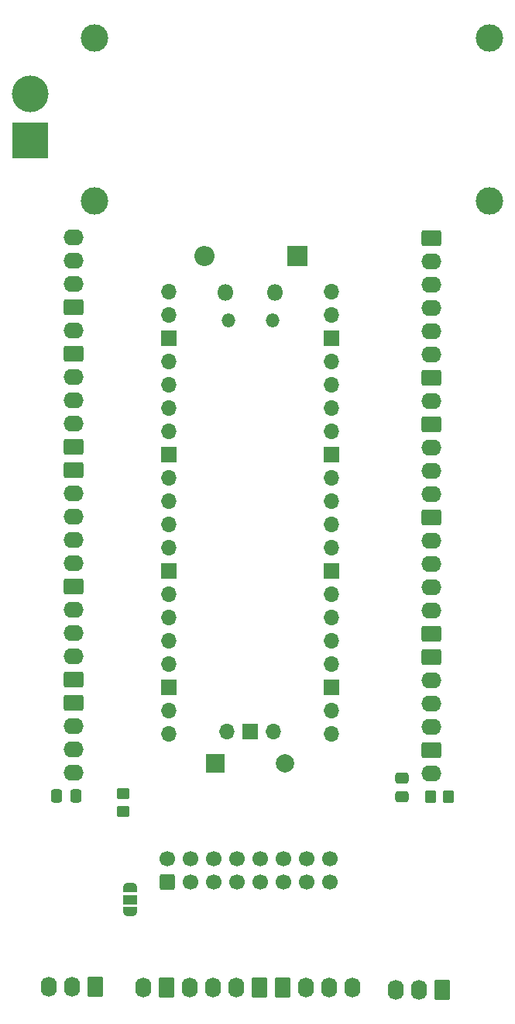
<source format=gbs>
G04 #@! TF.GenerationSoftware,KiCad,Pcbnew,7.0.1*
G04 #@! TF.CreationDate,2023-06-05T16:12:44-05:00*
G04 #@! TF.ProjectId,Pico Breakout Board,5069636f-2042-4726-9561-6b6f75742042,rev?*
G04 #@! TF.SameCoordinates,Original*
G04 #@! TF.FileFunction,Soldermask,Bot*
G04 #@! TF.FilePolarity,Negative*
%FSLAX46Y46*%
G04 Gerber Fmt 4.6, Leading zero omitted, Abs format (unit mm)*
G04 Created by KiCad (PCBNEW 7.0.1) date 2023-06-05 16:12:44*
%MOMM*%
%LPD*%
G01*
G04 APERTURE LIST*
G04 Aperture macros list*
%AMRoundRect*
0 Rectangle with rounded corners*
0 $1 Rounding radius*
0 $2 $3 $4 $5 $6 $7 $8 $9 X,Y pos of 4 corners*
0 Add a 4 corners polygon primitive as box body*
4,1,4,$2,$3,$4,$5,$6,$7,$8,$9,$2,$3,0*
0 Add four circle primitives for the rounded corners*
1,1,$1+$1,$2,$3*
1,1,$1+$1,$4,$5*
1,1,$1+$1,$6,$7*
1,1,$1+$1,$8,$9*
0 Add four rect primitives between the rounded corners*
20,1,$1+$1,$2,$3,$4,$5,0*
20,1,$1+$1,$4,$5,$6,$7,0*
20,1,$1+$1,$6,$7,$8,$9,0*
20,1,$1+$1,$8,$9,$2,$3,0*%
%AMFreePoly0*
4,1,19,0.550000,-0.750000,0.000000,-0.750000,0.000000,-0.744911,-0.071157,-0.744911,-0.207708,-0.704816,-0.327430,-0.627875,-0.420627,-0.520320,-0.479746,-0.390866,-0.500000,-0.250000,-0.500000,0.250000,-0.479746,0.390866,-0.420627,0.520320,-0.327430,0.627875,-0.207708,0.704816,-0.071157,0.744911,0.000000,0.744911,0.000000,0.750000,0.550000,0.750000,0.550000,-0.750000,0.550000,-0.750000,
$1*%
%AMFreePoly1*
4,1,19,0.000000,0.744911,0.071157,0.744911,0.207708,0.704816,0.327430,0.627875,0.420627,0.520320,0.479746,0.390866,0.500000,0.250000,0.500000,-0.250000,0.479746,-0.390866,0.420627,-0.520320,0.327430,-0.627875,0.207708,-0.704816,0.071157,-0.744911,0.000000,-0.744911,0.000000,-0.750000,-0.550000,-0.750000,-0.550000,0.750000,0.000000,0.750000,0.000000,0.744911,0.000000,0.744911,
$1*%
G04 Aperture macros list end*
%ADD10O,1.740000X2.190000*%
%ADD11RoundRect,0.250000X-0.620000X-0.845000X0.620000X-0.845000X0.620000X0.845000X-0.620000X0.845000X0*%
%ADD12RoundRect,0.250000X0.620000X0.845000X-0.620000X0.845000X-0.620000X-0.845000X0.620000X-0.845000X0*%
%ADD13C,1.700000*%
%ADD14RoundRect,0.250000X0.600000X-0.600000X0.600000X0.600000X-0.600000X0.600000X-0.600000X-0.600000X0*%
%ADD15O,1.700000X1.700000*%
%ADD16R,1.700000X1.700000*%
%ADD17O,1.800000X1.800000*%
%ADD18O,1.500000X1.500000*%
%ADD19FreePoly0,90.000000*%
%ADD20R,1.500000X1.000000*%
%ADD21FreePoly1,90.000000*%
%ADD22C,3.000000*%
%ADD23RoundRect,0.250000X0.350000X0.450000X-0.350000X0.450000X-0.350000X-0.450000X0.350000X-0.450000X0*%
%ADD24RoundRect,0.250000X0.450000X-0.350000X0.450000X0.350000X-0.450000X0.350000X-0.450000X-0.350000X0*%
%ADD25RoundRect,0.250000X-0.845000X0.620000X-0.845000X-0.620000X0.845000X-0.620000X0.845000X0.620000X0*%
%ADD26O,2.190000X1.740000*%
%ADD27RoundRect,0.250000X0.845000X-0.620000X0.845000X0.620000X-0.845000X0.620000X-0.845000X-0.620000X0*%
%ADD28C,4.000000*%
%ADD29R,4.000000X4.000000*%
%ADD30O,2.200000X2.200000*%
%ADD31R,2.200000X2.200000*%
%ADD32RoundRect,0.250000X0.475000X-0.337500X0.475000X0.337500X-0.475000X0.337500X-0.475000X-0.337500X0*%
%ADD33RoundRect,0.250000X-0.337500X-0.475000X0.337500X-0.475000X0.337500X0.475000X-0.337500X0.475000X0*%
%ADD34R,2.000000X2.000000*%
%ADD35C,2.000000*%
G04 APERTURE END LIST*
D10*
X145796000Y-138430000D03*
X143256000Y-138430000D03*
X140716000Y-138430000D03*
D11*
X138176000Y-138430000D03*
D12*
X135636000Y-138430000D03*
D10*
X133096000Y-138430000D03*
X130556000Y-138430000D03*
X128016000Y-138430000D03*
D12*
X125476000Y-138430000D03*
D10*
X122936000Y-138430000D03*
D13*
X125603000Y-124333000D03*
X128143000Y-124333000D03*
X130683000Y-124333000D03*
X133223000Y-124333000D03*
X135763000Y-124333000D03*
X138303000Y-124333000D03*
X140843000Y-124333000D03*
X143383000Y-124333000D03*
X143383000Y-126873000D03*
X140843000Y-126873000D03*
X138303000Y-126873000D03*
X135763000Y-126873000D03*
X133223000Y-126873000D03*
X130683000Y-126873000D03*
X128143000Y-126873000D03*
D14*
X125603000Y-126873000D03*
D15*
X137185000Y-110455000D03*
D16*
X134645000Y-110455000D03*
D15*
X132105000Y-110455000D03*
X143535000Y-62425000D03*
X143535000Y-64965000D03*
D16*
X143535000Y-67505000D03*
D15*
X143535000Y-70045000D03*
X143535000Y-72585000D03*
X143535000Y-75125000D03*
X143535000Y-77665000D03*
D16*
X143535000Y-80205000D03*
D15*
X143535000Y-82745000D03*
X143535000Y-85285000D03*
X143535000Y-87825000D03*
X143535000Y-90365000D03*
D16*
X143535000Y-92905000D03*
D15*
X143535000Y-95445000D03*
X143535000Y-97985000D03*
X143535000Y-100525000D03*
X143535000Y-103065000D03*
D16*
X143535000Y-105605000D03*
D15*
X143535000Y-108145000D03*
X143535000Y-110685000D03*
X125755000Y-110685000D03*
X125755000Y-108145000D03*
D16*
X125755000Y-105605000D03*
D15*
X125755000Y-103065000D03*
X125755000Y-100525000D03*
X125755000Y-97985000D03*
X125755000Y-95445000D03*
D16*
X125755000Y-92905000D03*
D15*
X125755000Y-90365000D03*
X125755000Y-87825000D03*
X125755000Y-85285000D03*
X125755000Y-82745000D03*
D16*
X125755000Y-80205000D03*
D15*
X125755000Y-77665000D03*
X125755000Y-75125000D03*
X125755000Y-72585000D03*
X125755000Y-70045000D03*
D16*
X125755000Y-67505000D03*
D15*
X125755000Y-64965000D03*
X125755000Y-62425000D03*
D17*
X137370000Y-62555000D03*
D18*
X137070000Y-65585000D03*
X132220000Y-65585000D03*
D17*
X131920000Y-62555000D03*
D19*
X121539000Y-130108000D03*
D20*
X121539000Y-128808000D03*
D21*
X121539000Y-127508000D03*
D22*
X160782000Y-52578000D03*
X160782000Y-34798000D03*
X117602000Y-52578000D03*
X117602000Y-34798000D03*
D23*
X154337000Y-117602000D03*
X156337000Y-117602000D03*
D24*
X120777000Y-117221000D03*
X120777000Y-119221000D03*
D25*
X154452000Y-56642000D03*
D26*
X154452000Y-59182000D03*
X154452000Y-61722000D03*
X154452000Y-64262000D03*
X154452000Y-66802000D03*
X154452000Y-69342000D03*
D25*
X154452000Y-71882000D03*
D26*
X154452000Y-74422000D03*
D25*
X154452000Y-76962000D03*
D26*
X154452000Y-79502000D03*
X154452000Y-82042000D03*
X154452000Y-84582000D03*
D25*
X154452000Y-87122000D03*
D26*
X154452000Y-89662000D03*
D27*
X154452000Y-99822000D03*
D26*
X154452000Y-97282000D03*
X154452000Y-94742000D03*
X154452000Y-92202000D03*
D25*
X154452000Y-102362000D03*
D26*
X154452000Y-104902000D03*
X154452000Y-107442000D03*
X154452000Y-109982000D03*
D25*
X154452000Y-112522000D03*
D26*
X154452000Y-115062000D03*
D27*
X115316000Y-94615000D03*
D26*
X115316000Y-92075000D03*
X115316000Y-66675000D03*
D27*
X115316000Y-69215000D03*
D26*
X115316000Y-114935000D03*
X115316000Y-112395000D03*
X115316000Y-109855000D03*
D25*
X115316000Y-107315000D03*
D26*
X115316000Y-97155000D03*
X115316000Y-99695000D03*
X115316000Y-102235000D03*
D27*
X115316000Y-104775000D03*
D26*
X115316000Y-89535000D03*
X115316000Y-86995000D03*
X115316000Y-84455000D03*
D25*
X115316000Y-81915000D03*
D27*
X115316000Y-79375000D03*
D26*
X115316000Y-76835000D03*
X115316000Y-74295000D03*
X115316000Y-71755000D03*
D27*
X115316000Y-64135000D03*
D26*
X115316000Y-61595000D03*
X115316000Y-59055000D03*
X115316000Y-56515000D03*
D10*
X150499000Y-138630000D03*
X153039000Y-138630000D03*
D12*
X155579000Y-138630000D03*
X117729000Y-138283000D03*
D10*
X115189000Y-138283000D03*
X112649000Y-138283000D03*
D28*
X110617000Y-40894000D03*
D29*
X110617000Y-45974000D03*
D30*
X129667000Y-58547000D03*
D31*
X139827000Y-58547000D03*
D32*
X151257000Y-117602000D03*
X151257000Y-115527000D03*
D33*
X115570000Y-117475000D03*
X113495000Y-117475000D03*
D34*
X130820000Y-113919000D03*
D35*
X138420000Y-113919000D03*
M02*

</source>
